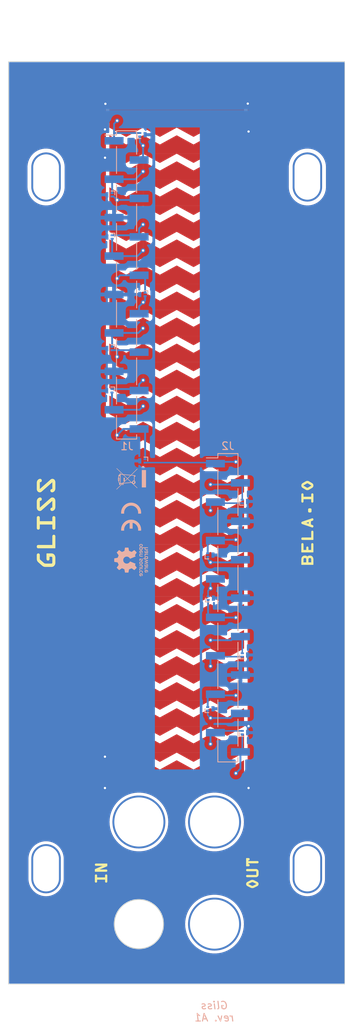
<source format=kicad_pcb>
(kicad_pcb (version 20221018) (generator pcbnew)
  (title_block (title "Gliss [Faceplate]") (rev "1.0") (company "Augmented Instruments Ltd."))
  (layers (0 "F.Cu" signal) (31 "B.Cu" signal) (34 "B.Paste" user) (35 "F.Paste" user) (36 "B.SilkS" user "B.Silkscreen") (37 "F.SilkS" user "F.Silkscreen") (38 "B.Mask" user) (39 "F.Mask" user) (44 "Edge.Cuts" user))
  (net 0 "")
  (net 1 "GND")
  (net 2 "/pad2")
  (net 3 "/pad6")
  (net 4 "/pad10")
  (net 5 "/pad14")
  (net 6 "/pad18")
  (net 7 "/pad22")
  (net 8 "/pad26")
  (net 9 "/pad4")
  (net 10 "/pad8")
  (net 11 "/pad12")
  (net 12 "/pad16")
  (net 13 "/pad20")
  (net 14 "/pad24")
  (net 15 "/pad1")
  (net 16 "/pad3")
  (net 17 "/pad5")
  (net 18 "/pad7")
  (net 19 "/pad9")
  (net 20 "/pad11")
  (net 21 "/pad13")
  (net 22 "/pad15")
  (net 23 "/pad17")
  (net 24 "/pad19")
  (net 25 "/pad21")
  (net 26 "/pad23")
  (net 27 "/pad25")
  (footprint "Gliss:TouchSlider-26_89.5x17.8mm" (layer "F.Cu") (at 137.03 86 90)
    (fp_text reference "P1" hide)
    (fp_text value "Conn_01x26")
  )
  (footprint "Gliss:eurorack_knurled_nut" (layer "F.Cu") (at 142.03 135.36)
    (fp_text reference "" hide)
    (fp_text value "eurorack_knurled_nut")
  )
  (footprint "Gliss:eurorack_knurled_nut" (layer "F.Cu") (at 142.03 148.86)
    (fp_text reference "" hide)
    (fp_text value "eurorack_knurled_nut")
  )
  (footprint "Gliss:eurorack_knurled_nut" (layer "F.Cu") (at 132.03 135.36)
    (fp_text reference "" hide)
    (fp_text value "eurorack_knurled_nut")
  )
  (footprint "Gliss:gliss_edge_silkscreen_1U_L" (layer "F.Cu") (at 127.03 34.86)
    (fp_text reference "outline" hide)
    (fp_text value "Val**" hide)
    (fp_line (start -12.225 0) (end -12.225 121.92) (stroke (width 0.1)) (layer "Edge.Cuts"))
    (fp_line (start -12.225 0) (end 32.225 0) (stroke (width 0.1)) (layer "Edge.Cuts"))
    (fp_line (start -12.225 121.92) (end 32.225 121.92) (stroke (width 0.1)) (layer "Edge.Cuts"))
    (fp_line (start 32.225 0) (end 32.225 121.92) (stroke (width 0.1)) (layer "Edge.Cuts"))
    (fp_circle (center 5 114) (end 8.25 114) (stroke (width 0.12)) (fill none) (layer "Edge.Cuts"))
  )
  (footprint "Package_DFN_QFN:Diodes_DFN1006-3" (layer "B.Cu") (at 146.05 113.284)
    (fp_text reference "U11" hide)
    (fp_text value "D5V0F2U3LP")
  )
  (footprint "Package_DFN_QFN:Diodes_DFN1006-3" (layer "B.Cu") (at 128.143 72.771 180)
    (fp_text reference "U2" hide)
    (fp_text value "D5V0F2U3LP")
  )
  (footprint "Package_DFN_QFN:Diodes_DFN1006-3" (layer "B.Cu") (at 132.5 87.63 180)
    (fp_text reference "U13" hide)
    (fp_text value "D5V0F2U3LP")
  )
  (footprint "Package_DFN_QFN:Diodes_DFN1006-3" (layer "B.Cu") (at 146.04 92.99)
    (fp_text reference "U10" hide)
    (fp_text value "D5V0F2U3LP")
  )
  (footprint "Connector_PinHeader_2.54mm:PinHeader_1x16_P2.54mm_Vertical_SMD_Pin1Right" (layer "B.Cu") (at 143.8 107.04 180)
    (fp_text reference "J2")
    (fp_text value "Conn_01x16_Male")
  )
  (footprint "Gliss:OpenSourceHardware_Logo" (layer "B.Cu") (at 131 100.75 -90)
    (fp_text reference "REF**" hide)
    (fp_text value "OpenSourceHardware_Logo")
  )
  (footprint "Package_DFN_QFN:Diodes_DFN1006-3" (layer "B.Cu") (at 128.143 52.451 180)
    (fp_text reference "U3" hide)
    (fp_text value "D5V0F2U3LP")
  )
  (footprint "Package_DFN_QFN:Diodes_DFN1006-3" (layer "B.Cu") (at 141.478 120.396)
    (fp_text reference "U9" hide)
    (fp_text value "D5V0F2U3LP")
  )
  (footprint "Connector_PinHeader_2.54mm:PinHeader_1x16_P2.54mm_Vertical_SMD_Pin1Right" (layer "B.Cu") (at 130.4 64.36 180)
    (fp_text reference "J1")
    (fp_text value "Conn_01x16_Male")
  )
  (footprint "Package_DFN_QFN:Diodes_DFN1006-3" (layer "B.Cu") (at 128.143 58.031 180)
    (fp_text reference "U5" hide)
    (fp_text value "D5V0F2U3LP")
  )
  (footprint "Package_DFN_QFN:Diodes_DFN1006-3" (layer "B.Cu") (at 132.5 44.51)
    (fp_text reference "U1" hide)
    (fp_text value "D5V0F2U3LP")
  )
  (footprint "Package_DFN_QFN:Diodes_DFN1006-3" (layer "B.Cu") (at 128.12 78.36 180)
    (fp_text reference "U4" hide)
    (fp_text value "D5V0F2U3LP")
  )
  (footprint "Package_DFN_QFN:Diodes_DFN1006-3" (layer "B.Cu") (at 141.5288 105.7656)
    (fp_text reference "U12" hide)
    (fp_text value "D5V0F2U3LP")
  )
  (footprint "Package_DFN_QFN:Diodes_DFN1006-3" (layer "B.Cu") (at 132.5 65.6256 180)
    (fp_text reference "U7" hide)
    (fp_text value "D5V0F2U3LP")
  )
  (footprint "Gliss:CE-Mark" (layer "B.Cu") (at 131 95 -90)
    (fp_text reference "REF**" hide)
    (fp_text value "CE-Mark")
  )
  (footprint "Package_DFN_QFN:Diodes_DFN1006-3" (layer "B.Cu") (at 141.478 100.076)
    (fp_text reference "U8" hide)
    (fp_text value "D5V0F2U3LP")
  )
  (footprint "Gliss:WEEE-Label" (layer "B.Cu") (at 131 90 -90)
    (fp_text reference "REF**" hide)
    (fp_text value "WEEE-Label")
  )
  (footprint "Package_DFN_QFN:Diodes_DFN1006-3" (layer "B.Cu") (at 146.05 123.5456)
    (fp_text reference "U6" hide)
    (fp_text value "D5V0F2U3LP")
  )
  (gr_text "Gliss\nrev. A1" (at 142.03 160.41) (layer "B.SilkS") (effects (font (size 1 1) (thickness 0.15) italic) (justify mirror)))
  (segment (start 146.53 130.87) (end 146.53 156.7) (width 0.25) (layer "F.Cu") (net 1))
  (segment (start 146.53 122.682) (end 146.53 44.09) (width 0.25) (layer "F.Cu") (net 1))
  (segment (start 127.54 68.167) (end 127.54 62.579) (width 0.25) (layer "F.Cu") (net 1))
  (segment (start 127.54 40.485) (end 127.54 41.16) (width 0.25) (layer "F.Cu") (net 1))
  (segment (start 127.54 62.579) (end 127.54 47.339) (width 0.25) (layer "F.Cu") (net 1))
  (segment (start 146.53 44.09) (end 146.53 40.505) (width 0.25) (layer "F.Cu") (net 1))
  (segment (start 127.54 130.87) (end 127.54 136.985783) (width 0.25) (layer "F.Cu") (net 1))
  (segment (start 127.54 47.339) (end 127.54 41.16) (width 0.25) (layer "F.Cu") (net 1))
  (segment (start 127.54 130.87) (end 127.54 126.73) (width 0.25) (layer "F.Cu") (net 1))
  (segment (start 146.53 40.505) (end 146.425 40.4) (width 0.25) (layer "F.Cu") (net 1))
  (segment (start 127.54 126.73) (end 127.54 68.167) (width 0.25) (layer "F.Cu") (net 1))
  (segment (start 146.53 130.87) (end 127.54 130.87) (width 0.25) (layer "F.Cu") (net 1))
  (segment (start 146.53 130.87) (end 146.53 122.682) (width 0.25) (layer "F.Cu") (net 1))
  (segment (start 127.54 136.985783) (end 127.54 156.66) (width 0.25) (layer "F.Cu") (net 1))
  (segment (start 127.6 40.425) (end 127.54 40.485) (width 0.25) (layer "F.Cu") (net 1))
  (via (at 127.55 47.55) (size 0.6) (drill 0.3) (layers "F.Cu" "B.Cu") (net 1))
  (via (at 127.54 43.81) (size 0.6) (drill 0.3) (layers "F.Cu" "B.Cu") (net 1))
  (via (at 127.6 40.425) (size 0.6) (drill 0.3) (layers "F.Cu" "B.Cu") (net 1))
  (via (at 146.53 44.09) (size 0.6) (drill 0.3) (layers "F.Cu" "B.Cu") (net 1))
  (via (at 146.425 40.4) (size 0.6) (drill 0.3) (layers "F.Cu" "B.Cu") (net 1))
  (via (at 146.53 122.682) (size 0.6) (drill 0.3) (layers "F.Cu" "B.Cu") (net 1))
  (via (at 127.54 130.87) (size 0.6) (drill 0.3) (layers "F.Cu" "B.Cu") (net 1))
  (via (at 127.54 126.73) (size 0.6) (drill 0.3) (layers "F.Cu" "B.Cu") (net 1))
  (via (at 146.53 130.87) (size 0.6) (drill 0.3) (layers "F.Cu" "B.Cu") (net 1))
  (segment (start 128.745 55.47) (end 128.12 55.47) (width 0.25) (layer "B.Cu") (net 1))
  (segment (start 128.745 65.62) (end 128.11 65.62) (width 0.25) (layer "B.Cu") (net 1))
  (segment (start 127.793 65.303) (end 127.793 62.601) (width 0.25) (layer "B.Cu") (net 1))
  (segment (start 128.11 55.47) (end 127.793 55.153) (width 0.25) (layer "B.Cu") (net 1))
  (segment (start 127.77 76.18) (end 127.77 78.36) (width 0.25) (layer "B.Cu") (net 1))
  (segment (start 146.4 95.281) (end 146.4 92.9894) (width 0.25) (layer "B.Cu") (net 1))
  (segment (start 145.455 95.61) (end 146.071 95.61) (width 0.25) (layer "B.Cu") (net 1))
  (segment (start 127.793 55.153) (end 127.793 52.451) (width 0.25) (layer "B.Cu") (net 1))
  (segment (start 128.745 75.79) (end 128.16 75.79) (width 0.25) (layer "B.Cu") (net 1))
  (segment (start 128.745 65.62) (end 128.12 65.62) (width 0.25) (layer "B.Cu") (net 1))
  (segment (start 128.18 75.79) (end 127.793 75.403) (width 0.25) (layer "B.Cu") (net 1))
  (segment (start 128.11 65.62) (end 127.793 65.303) (width 0.25) (layer "B.Cu") (net 1))
  (segment (start 146.071 95.61) (end 146.4 95.281) (width 0.25) (layer "B.Cu") (net 1))
  (segment (start 128.12 65.62) (end 127.793 65.947) (width 0.25) (layer "B.Cu") (net 1))
  (segment (start 141.8832 105.77) (end 141.8788 105.7656) (width 0.2) (layer "B.Cu") (net 1))
  (segment (start 127.793 55.797) (end 127.793 58.031) (width 0.25) (layer "B.Cu") (net 1))
  (segment (start 146.4 122.8146) (end 146.5326 122.682) (width 0.2) (layer "B.Cu") (net 1))
  (segment (start 145.455 95.61) (end 145.817 95.61) (width 0.25) (layer "B.Cu") (net 1))
  (segment (start 146.4 115.474) (end 146.4 113.284) (width 0.2) (layer "B.Cu") (net 1))
  (segment (start 145.944 115.93) (end 146.4 115.474) (width 0.2) (layer "B.Cu") (net 1))
  (segment (start 145.455 105.77) (end 141.8832 105.77) (width 0.2) (layer "B.Cu") (net 1))
  (segment (start 145.817 95.61) (end 146.1206 95.3064) (width 0.25) (layer "B.Cu") (net 1))
  (segment (start 128.745 75.79) (end 128.18 75.79) (width 0.25) (layer "B.Cu") (net 1))
  (segment (start 128.745 55.47) (end 128.11 55.47) (width 0.25) (layer "B.Cu") (net 1))
  (segment (start 127.793 65.947) (end 127.793 68.181) (width 0.25) (layer "B.Cu") (net 1))
  (segment (start 145.455 115.93) (end 145.944 115.93) (width 0.2) (layer "B.Cu") (net 1))
  (segment (start 128.12 55.47) (end 127.793 55.797) (width 0.25) (layer "B.Cu") (net 1))
  (segment (start 127.793 75.403) (end 127.793 72.771) (width 0.25) (layer "B.Cu") (net 1))
  (segment (start 146.4 123.5456) (end 146.4 122.8146) (width 0.2) (layer "B.Cu") (net 1))
  (segment (start 128.16 75.79) (end 127.77 76.18) (width 0.25) (layer "B.Cu") (net 1))
  (via (at 141.5 125.05) (size 0.6) (drill 0.3) (layers "F.Cu" "B.Cu") (net 2))
  (segment (start 145.7 123.3206) (end 142.3744 123.3206) (width 0.2) (layer "B.Cu") (net 2))
  (segment (start 142.145 123.55) (end 143.0484 123.55) (width 0.25) (layer "B.Cu") (net 2))
  (segment (start 141.5 123.8538) (end 141.5 125.05) (width 0.25) (layer "B.Cu") (net 2))
  (segment (start 142.8452 123.55) (end 143.2052 123.19) (width 0.25) (layer "B.Cu") (net 2))
  (segment (start 141.8038 123.55) (end 141.5 123.8538) (width 0.25) (layer "B.Cu") (net 2))
  (segment (start 142.3744 123.3206) (end 142.145 123.55) (width 0.2) (layer "B.Cu") (net 2))
  (segment (start 142.145 123.55) (end 142.8452 123.55) (width 0.25) (layer "B.Cu") (net 2))
  (segment (start 143.0484 123.55) (end 143.2778 123.3206) (width 0.25) (layer "B.Cu") (net 2))
  (segment (start 142.145 123.55) (end 141.8038 123.55) (width 0.25) (layer "B.Cu") (net 2))
  (via (at 141.5 111.33) (size 0.6) (drill 0.3) (layers "F.Cu" "B.Cu") (net 3))
  (segment (start 145.455 110.85) (end 144.7248 110.85) (width 0.25) (layer "B.Cu") (net 3))
  (segment (start 144.7248 110.85) (end 144.2448 111.33) (width 0.25) (layer "B.Cu") (net 3))
  (segment (start 145.7 111.095) (end 145.455 110.85) (width 0.2) (layer "B.Cu") (net 3))
  (segment (start 145.7 113.059) (end 145.7 111.095) (width 0.2) (layer "B.Cu") (net 3))
  (segment (start 144.2448 111.33) (end 141.5 111.33) (width 0.25) (layer "B.Cu") (net 3))
  (via (at 144.85 98.05) (size 0.6) (drill 0.3) (layers "F.Cu" "B.Cu") (net 4))
  (segment (start 144.85 98.05) (end 142.245 98.05) (width 0.25) (layer "B.Cu") (net 4))
  (segment (start 141.4736 98.15) (end 141.128 98.4956) (width 0.25) (layer "B.Cu") (net 4))
  (segment (start 141.128 98.4956) (end 141.128 99.851) (width 0.25) (layer "B.Cu") (net 4))
  (segment (start 142.145 98.15) (end 141.4736 98.15) (width 0.25) (layer "B.Cu") (net 4))
  (segment (start 142.245 98.05) (end 142.145 98.15) (width 0.25) (layer "B.Cu") (net 4))
  (via (at 129.15 84.222) (size 0.6) (drill 0.3) (layers "F.Cu" "B.Cu") (net 5))
  (segment (start 132.055 83.41) (end 132.6 83.41) (width 0.25) (layer "B.Cu") (net 5))
  (segment (start 132.86 83.67) (end 132.85 83.68) (width 0.25) (layer "B.Cu") (net 5))
  (segment (start 132.85 83.68) (end 132.85 87.405) (width 0.25) (layer "B.Cu") (net 5))
  (segment (start 129.15 84.222) (end 129.962 83.41) (width 0.25) (layer "B.Cu") (net 5))
  (segment (start 129.962 83.41) (end 132.055 83.41) (width 0.25) (layer "B.Cu") (net 5))
  (segment (start 132.6 83.41) (end 132.86 83.67) (width 0.25) (layer "B.Cu") (net 5))
  (via (at 132.57 70.1) (size 0.6) (drill 0.3) (layers "F.Cu" "B.Cu") (net 6))
  (segment (start 131.96 70.71) (end 132.57 70.1) (width 0.25) (layer "B.Cu") (net 6))
  (segment (start 128.493 70.962) (end 128.745 70.71) (width 0.25) (layer "B.Cu") (net 6))
  (segment (start 128.493 72.546) (end 128.493 70.962) (width 0.25) (layer "B.Cu") (net 6))
  (segment (start 128.745 70.71) (end 131.96 70.71) (width 0.25) (layer "B.Cu") (net 6))
  (via (at 132.58 56.38) (size 0.6) (drill 0.3) (layers "F.Cu" "B.Cu") (net 7))
  (segment (start 128.493 57.806) (end 131.851 57.806) (width 0.25) (layer "B.Cu") (net 7))
  (segment (start 131.851 57.806) (end 132.055 58.01) (width 0.25) (layer "B.Cu") (net 7))
  (segment (start 132.055 58.01) (end 132.055 56.905) (width 0.25) (layer "B.Cu") (net 7))
  (segment (start 132.055 56.905) (end 132.58 56.38) (width 0.25) (layer "B.Cu") (net 7))
  (via (at 129.15 42.66) (size 0.6) (drill 0.3) (layers "F.Cu" "B.Cu") (net 8))
  (segment (start 128.745 45.31) (end 128.745 44.255) (width 0.25) (layer "B.Cu") (net 8))
  (segment (start 128.745 44.255) (end 128.745 43.065) (width 0.25) (layer "B.Cu") (net 8))
  (segment (start 128.775 44.285) (end 128.745 44.255) (width 0.25) (layer "B.Cu") (net 8))
  (segment (start 128.745 43.065) (end 129.15 42.66) (width 0.25) (layer "B.Cu") (net 8))
  (segment (start 132.15 44.285) (end 128.775 44.285) (width 0.25) (layer "B.Cu") (net 8))
  (segment (start 128.493 45.562) (end 128.745 45.31) (width 0.25) (layer "B.Cu") (net 8))
  (via (at 144.85 118.63) (size 0.6) (drill 0.3) (layers "F.Cu" "B.Cu") (net 9))
  (segment (start 141.128 118.8664) (end 141.128 120.171) (width 0.25) (layer "B.Cu") (net 9))
  (segment (start 142.305 118.63) (end 144.85 118.63) (width 0.25) (layer "B.Cu") (net 9))
  (segment (start 142.145 118.47) (end 142.305 118.63) (width 0.25) (layer "B.Cu") (net 9))
  (segment (start 142.145 118.47) (end 141.5244 118.47) (width 0.25) (layer "B.Cu") (net 9))
  (segment (start 141.5244 118.47) (end 141.128 118.8664) (width 0.25) (layer "B.Cu") (net 9))
  (via (at 141.5 104.47) (size 0.6) (drill 0.3) (layers "F.Cu" "B.Cu") (net 10))
  (segment (start 141.5 103.5084) (end 141.5 104.47) (width 0.25) (layer "B.Cu") (net 10))
  (segment (start 141.7784 103.23) (end 141.5 103.5084) (width 0.25) (layer "B.Cu") (net 10))
  (segment (start 142.145 103.23) (end 141.7784 103.23) (width 0.25) (layer "B.Cu") (net 10))
  (segment (start 141.1788 104.7912) (end 141.5 104.47) (width 0.2) (layer "B.Cu") (net 10))
  (segment (start 141.1788 105.5406) (end 141.1788 104.7912) (width 0.2) (layer "B.Cu") (net 10))
  (via (at 141.5 90.75) (size 0.6) (drill 0.3) (layers "F.Cu" "B.Cu") (net 11))
  (segment (start 145.7 90.775) (end 145.455 90.53) (width 0.2) (layer "B.Cu") (net 11))
  (segment (start 144.4244 90.7542) (end 141.5042 90.7542) (width 0.25) (layer "B.Cu") (net 11))
  (segment (start 145.521 90.53) (end 145.796 90.805) (width 0.25) (layer "B.Cu") (net 11))
  (segment (start 144.6486 90.53) (end 144.4244 90.7542) (width 0.25) (layer "B.Cu") (net 11))
  (segment (start 145.455 90.53) (end 144.6486 90.53) (width 0.25) (layer "B.Cu") (net 11))
  (segment (start 145.7 92.7644) (end 145.7 90.775) (width 0.2) (layer "B.Cu") (net 11))
  (segment (start 145.455 90.53) (end 145.521 90.53) (width 0.25) (layer "B.Cu") (net 11))
  (segment (start 145.4206 90.5644) (end 145.455 90.53) (width 0.25) (layer "B.Cu") (net 11))
  (segment (start 141.5042 90.7542) (end 141.5 90.75) (width 0.25) (layer "B.Cu") (net 11))
  (via (at 132.59 76.96) (size 0.6) (drill 0.3) (layers "F.Cu" "B.Cu") (net 12))
  (segment (start 132.055 77.495) (end 132.59 76.96) (width 0.25) (layer "B.Cu") (net 12))
  (segment (start 131.86 78.135) (end 132.055 78.33) (width 0.25) (layer "B.Cu") (net 12))
  (segment (start 132.055 78.33) (end 132.055 77.495) (width 0.25) (layer "B.Cu") (net 12))
  (segment (start 128.47 78.135) (end 131.86 78.135) (width 0.25) (layer "B.Cu") (net 12))
  (via (at 129.15 63.498) (size 0.6) (drill 0.3) (layers "F.Cu" "B.Cu") (net 13))
  (segment (start 132.055 63.09) (end 132.43 63.09) (width 0.25) (layer "B.Cu") (net 13))
  (segment (start 132.43 63.09) (end 132.85 63.51) (width 0.25) (layer "B.Cu") (net 13))
  (segment (start 129.558 63.09) (end 132.055 63.09) (width 0.25) (layer "B.Cu") (net 13))
  (segment (start 132.85 63.51) (end 132.85 65.4006) (width 0.25) (layer "B.Cu") (net 13))
  (segment (start 129.15 63.498) (end 129.558 63.09) (width 0.25) (layer "B.Cu") (net 13))
  (via (at 132.58 49.38) (size 0.6) (drill 0.3) (layers "F.Cu" "B.Cu") (net 14))
  (segment (start 131.57 50.39) (end 132.58 49.38) (width 0.25) (layer "B.Cu") (net 14))
  (segment (start 128.745 50.39) (end 131.57 50.39) (width 0.25) (layer "B.Cu") (net 14))
  (segment (start 128.493 52.226) (end 128.493 50.642) (width 0.25) (layer "B.Cu") (net 14))
  (segment (start 128.493 50.642) (end 128.745 50.39) (width 0.25) (layer "B.Cu") (net 14))
  (via (at 144.85 128.92) (size 0.6) (drill 0.3) (layers "F.Cu" "B.Cu") (net 15))
  (segment (start 145.7 123.7706) (end 145.7 125.845) (width 0.2) (layer "B.Cu") (net 15))
  (segment (start 145.7 125.845) (end 145.455 126.09) (width 0.2) (layer "B.Cu") (net 15))
  (segment (start 145.455 128.315) (end 144.85 128.92) (width 0.25) (layer "B.Cu") (net 15))
  (segment (start 145.455 126.09) (end 145.455 128.315) (width 0.25) (layer "B.Cu") (net 15))
  (segment (start 145.446 126.081) (end 145.455 126.09) (width 0.25) (layer "B.Cu") (net 15))
  (via (at 141.5 121.62) (size 0.6) (drill 0.3) (layers "F.Cu" "B.Cu") (net 16))
  (segment (start 145.455 121.01) (end 144.7756 121.01) (width 0.25) (layer "B.Cu") (net 16))
  (segment (start 144.8772 121.01) (end 144.6276 121.2596) (width 0.25) (layer "B.Cu") (net 16))
  (segment (start 141.128 120.621) (end 141.128 121.248) (width 0.2) (layer "B.Cu") (net 16))
  (segment (start 145.2328 121.01) (end 145.0016 121.2412) (width 0.25) (layer "B.Cu") (net 16))
  (segment (start 144.1656 121.62) (end 141.5 121.62) (width 0.25) (layer "B.Cu") (net 16))
  (segment (start 145.455 121.01) (end 144.7248 121.01) (width 0.25) (layer "B.Cu") (net 16))
  (segment (start 144.7248 121.01) (end 144.4752 121.2596) (width 0.25) (layer "B.Cu") (net 16))
  (segment (start 145.455 121.01) (end 144.8772 121.01) (width 0.25) (layer "B.Cu") (net 16))
  (segment (start 144.7756 121.01) (end 144.1656 121.62) (width 0.25) (layer "B.Cu") (net 16))
  (segment (start 145.455 121.01) (end 145.2328 121.01) (width 0.25) (layer "B.Cu") (net 16))
  (segment (start 141.128 121.248) (end 141.5 121.62) (width 0.2) (layer "B.Cu") (net 16))
  (via (at 141.5 114.76) (size 0.6) (drill 0.3) (layers "F.Cu" "B.Cu") (net 17))
  (segment (start 141.8546 113.39) (end 141.5 113.7446) (width 0.25) (layer "B.Cu") (net 17))
  (segment (start 145.7 113.509) (end 142.264 113.509) (width 0.2) (layer "B.Cu") (net 17))
  (segment (start 142.264 113.509) (end 142.145 113.39) (width 0.2) (layer "B.Cu") (net 17))
  (segment (start 141.5 113.7446) (end 141.5 114.76) (width 0.25) (layer "B.Cu") (net 17))
  (segment (start 142.145 113.39) (end 141.8546 113.39) (width 0.25) (layer "B.Cu") (net 17))
  (via (at 144.85 108.34) (size 0.6) (drill 0.3) (layers "F.Cu" "B.Cu") (net 18))
  (segment (start 141.3808 108.31) (end 141.1732 108.1024) (width 0.25) (layer "B.Cu") (net 18))
  (segment (start 141.1732 108.1024) (end 141.1788 108.0968) (width 0.25) (layer "B.Cu") (net 18))
  (segment (start 142.145 108.31) (end 142.175 108.34) (width 0.25) (layer "B.Cu") (net 18))
  (segment (start 142.145 108.31) (end 141.3808 108.31) (width 0.25) (layer "B.Cu") (net 18))
  (segment (start 142.175 108.34) (end 144.85 108.34) (width 0.25) (layer "B.Cu") (net 18))
  (segment (start 141.1788 108.0968) (end 141.1788 105.9906) (width 0.25) (layer "B.Cu") (net 18))
  (via (at 141.5 101.04) (size 0.6) (drill 0.3) (layers "F.Cu" "B.Cu") (net 19))
  (segment (start 145.455 100.6964) (end 145.1114 101.04) (width 0.25) (layer "B.Cu") (net 19))
  (segment (start 141.128 100.668) (end 141.5 101.04) (width 0.2) (layer "B.Cu") (net 19))
  (segment (start 145.1114 101.04) (end 141.5 101.04) (width 0.25) (layer "B.Cu") (net 19))
  (segment (start 145.455 100.69) (end 145.455 100.6964) (width 0.25) (layer "B.Cu") (net 19))
  (segment (start 141.128 100.301) (end 141.128 100.668) (width 0.2) (layer "B.Cu") (net 19))
  (via (at 141.5 94.18) (size 0.6) (drill 0.3) (layers "F.Cu" "B.Cu") (net 20))
  (segment (start 145.7 93.2144) (end 142.2894 93.2144) (width 0.2) (layer "B.Cu") (net 20))
  (segment (start 142.145 93.07) (end 141.8038 93.07) (width 0.2) (layer "B.Cu") (net 20))
  (segment (start 141.732 93.0656) (end 141.7364 93.07) (width 0.2) (layer "B.Cu") (net 20))
  (segment (start 141.7364 93.07) (end 142.145 93.07) (width 0.2) (layer "B.Cu") (net 20))
  (segment (start 142.2894 93.2144) (end 142.145 93.07) (width 0.2) (layer "B.Cu") (net 20))
  (segment (start 141.5 93.3738) (end 141.5 94.18) (width 0.2) (layer "B.Cu") (net 20))
  (segment (start 141.8038 93.07) (end 141.5 93.3738) (width 0.2) (layer "B.Cu") (net 20))
  (via (at 144.85 87.75) (size 0.6) (drill 0.3) (layers "F.Cu" "B.Cu") (net 21))
  (segment (start 142.01 87.855) (end 142.145 87.99) (width 0.2) (layer "B.Cu") (net 21))
  (segment (start 142.374 87.75) (end 144.85 87.75) (width 0.25) (layer "B.Cu") (net 21))
  (segment (start 142.145 87.979) (end 142.374 87.75) (width 0.25) (layer "B.Cu") (net 21))
  (segment (start 132.938 87.855) (end 142.01 87.855) (width 0.2) (layer "B.Cu") (net 21))
  (segment (start 142.145 87.99) (end 142.145 87.979) (width 0.25) (layer "B.Cu") (net 21))
  (via (at 132.59 80.4) (size 0.6) (drill 0.3) (layers "F.Cu" "B.Cu") (net 22))
  (segment (start 132.12 80.87) (end 132.59 80.4) (width 0.25) (layer "B.Cu") (net 22))
  (segment (start 128.47 78.585) (end 128.47 80.595) (width 0.25) (layer "B.Cu") (net 22))
  (segment (start 128.745 80.87) (end 132.12 80.87) (width 0.25) (layer "B.Cu") (net 22))
  (segment (start 128.47 80.595) (end 128.745 80.87) (width 0.25) (layer "B.Cu") (net 22))
  (via (at 129.15 73.86) (size 0.6) (drill 0.3) (layers "F.Cu" "B.Cu") (net 23))
  (segment (start 129.174 72.996) (end 131.801 72.996) (width 0.25) (layer "B.Cu") (net 23))
  (segment (start 128.493 72.996) (end 129.174 72.996) (width 0.25) (layer "B.Cu") (net 23))
  (segment (start 131.801 72.996) (end 132.055 73.25) (width 0.25) (layer "B.Cu") (net 23))
  (segment (start 129.15 73.86) (end 129.15 73.02) (width 0.25) (layer "B.Cu") (net 23))
  (segment (start 129.15 73.02) (end 129.174 72.996) (width 0.25) (layer "B.Cu") (net 23))
  (via (at 132.6 66.663) (size 0.6) (drill 0.3) (layers "F.Cu" "B.Cu") (net 24))
  (segment (start 132.055 68.17) (end 132.055 67.208) (width 0.25) (layer "B.Cu") (net 24))
  (segment (start 132.85 66.413) (end 132.6 66.663) (width 0.25) (layer "B.Cu") (net 24))
  (segment (start 132.055 67.208) (end 132.6 66.663) (width 0.25) (layer "B.Cu") (net 24))
  (segment (start 132.85 65.8506) (end 132.85 66.413) (width 0.25) (layer "B.Cu") (net 24))
  (via (at 132.58 59.817) (size 0.6) (drill 0.3) (layers "F.Cu" "B.Cu") (net 25))
  (segment (start 131.847 60.55) (end 132.58 59.817) (width 0.25) (layer "B.Cu") (net 25))
  (segment (start 128.493 60.298) (end 128.745 60.55) (width 0.25) (layer "B.Cu") (net 25))
  (segment (start 128.745 60.55) (end 131.847 60.55) (width 0.25) (layer "B.Cu") (net 25))
  (segment (start 128.493 58.256) (end 128.493 60.298) (width 0.25) (layer "B.Cu") (net 25))
  (via (at 129.15 53.136) (size 0.6) (drill 0.3) (layers "F.Cu" "B.Cu") (net 26))
  (segment (start 130.76 53.136) (end 129.15 53.136) (width 0.25) (layer "B.Cu") (net 26))
  (segment (start 131.849 53.136) (end 132.055 52.93) (width 0.25) (layer "B.Cu") (net 26))
  (segment (start 130.76 53.136) (end 131.849 53.136) (width 0.25) (layer "B.Cu") (net 26))
  (segment (start 128.69 52.676) (end 129.15 53.136) (width 0.25) (layer "B.Cu") (net 26))
  (segment (start 128.493 52.676) (end 128.69 52.676) (width 0.25) (layer "B.Cu") (net 26))
  (via (at 132.58 45.95) (size 0.6) (drill 0.3) (layers "F.Cu" "B.Cu") (net 27))
  (segment (start 132.15 45.52) (end 132.58 45.95) (width 0.25) (layer "B.Cu") (net 27))
  (segment (start 132.58 45.95) (end 132.58 47.325) (width 0.25) (layer "B.Cu") (net 27))
  (segment (start 132.58 47.325) (end 132.055 47.85) (width 0.25) (layer "B.Cu") (net 27))
  (segment (start 131.88 48.025) (end 132.055 47.85) (width 0.25) (layer "B.Cu") (net 27))
  (segment (start 132.15 44.735) (end 132.15 45.52) (width 0.25) (layer "B.Cu") (net 27))
  (zone (net 1) (net_name "GND") (layers "F&B.Cu") (connect_pads yes (clearance 0.381)) (min_thickness 0.254) (fill yes (thermal_gap 0.508) (thermal_bridge_width 0.508))
    (polygon (pts (xy 159.287725 156.860841) (xy 114.851328 156.860841) (xy 114.851328 130.37332) (xy 159.287725 130.37332)))
  )
  (zone (net 1) (net_name "GND") (layers "F&B.Cu") (connect_pads yes (clearance 0.508)) (min_thickness 0.254) (fill yes (thermal_gap 0.508) (thermal_bridge_width 0.508))
    (polygon (pts (xy 159.25 41.222804) (xy 114.724328 41.222804) (xy 114.7 33.8) (xy 159.25 33.740606)))
  )
  (zone (net 1) (net_name "GND") (layers "F&B.Cu") (connect_pads (clearance 0.508)) (min_thickness 0.254) (fill yes (thermal_gap 0.508) (thermal_bridge_width 0.508))
    (polygon (pts (xy 159.275672 130.482198) (xy 146.6 130.482198) (xy 146.6 41) (xy 159.275672 41)))
  )
  (zone (net 1) (net_name "GND") (layers "F&B.Cu") (connect_pads (clearance 0.508)) (min_thickness 0.254) (fill yes (thermal_gap 0.508) (thermal_bridge_width 0.508))
    (polygon (pts (xy 127.6 130.482198) (xy 114.724328 130.482198) (xy 114.724328 41) (xy 127.6 41)))
  )
  (zone (net 1) (net_name "GND") (layer "B.Cu") (connect_pads (clearance 0.508)) (min_thickness 0.254) (fill yes (thermal_gap 0.508) (thermal_bridge_width 0.508))
    (polygon (pts (xy 147.75 130.7) (xy 126.25 130.7) (xy 126.25 41.25) (xy 147.75 41.25)))
  )
  (zone (net 0) (net_name "") (layer "B.Cu") (connect_pads (clearance 0)) (min_thickness 0.254)
    (keepout (tracks allowed) (vias not_allowed) (pads allowed) (copperpour not_allowed) (footprints allowed))
    (fill (thermal_gap 0.508) (thermal_bridge_width 0.508))
    (polygon (pts (xy 140.081041 128.413259) (xy 134.141036 128.413372) (xy 134.191787 43.542007) (xy 140.080992 43.541894)))
  )
)
</source>
